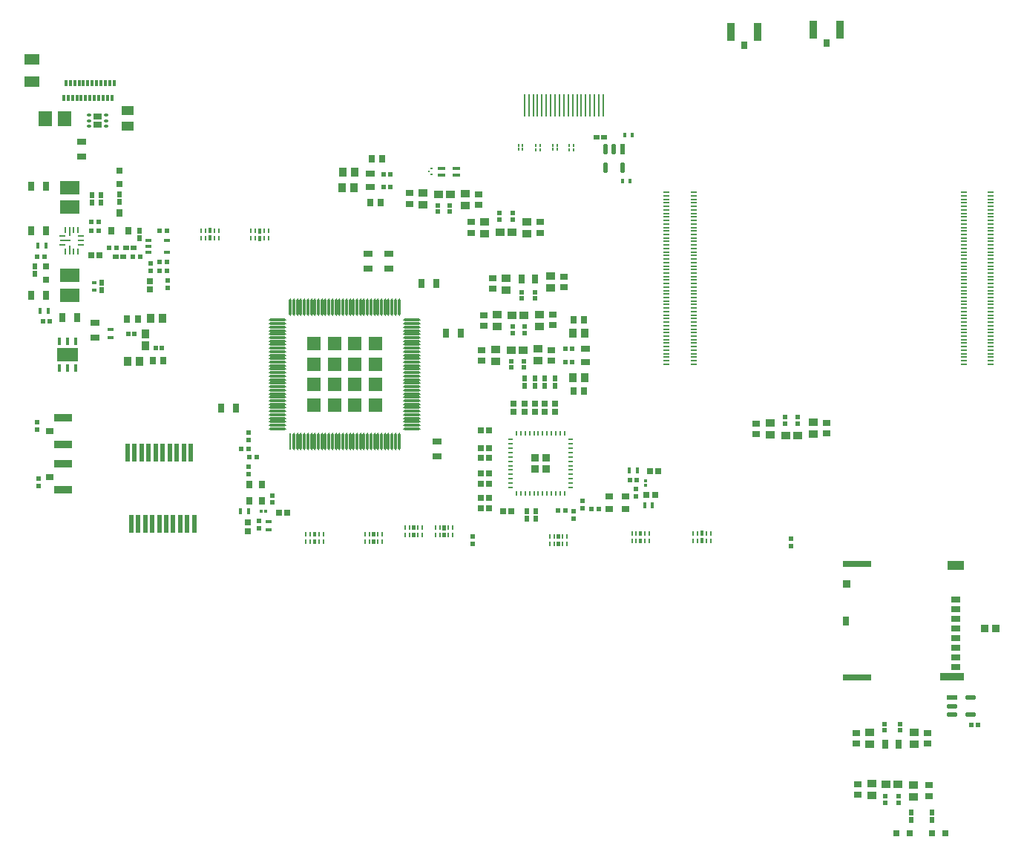
<source format=gtp>
G04*
G04 #@! TF.GenerationSoftware,Altium Limited,Altium Designer,24.9.1 (31)*
G04*
G04 Layer_Color=8421504*
%FSLAX44Y44*%
%MOMM*%
G71*
G04*
G04 #@! TF.SameCoordinates,5CB356DA-BA5B-4781-A63E-117D8A58D640*
G04*
G04*
G04 #@! TF.FilePolarity,Positive*
G04*
G01*
G75*
%ADD17R,0.7000X0.1600*%
%ADD18R,0.7000X0.1600*%
%ADD19R,0.8000X0.8500*%
%ADD20R,0.9000X2.0000*%
%ADD21R,2.0000X0.9000*%
%ADD22R,0.8500X0.8000*%
%ADD23R,1.6049X1.6049*%
%ADD24R,1.6049X1.6049*%
%ADD25R,1.6049X1.6049*%
%ADD26R,1.6049X1.6049*%
%ADD27R,0.9300X0.9300*%
%ADD28R,1.1061X0.9582*%
%ADD29R,1.0000X0.8000*%
%ADD30R,0.9000X0.7500*%
G04:AMPARAMS|DCode=31|XSize=0.565mm|YSize=0.2mm|CornerRadius=0.05mm|HoleSize=0mm|Usage=FLASHONLY|Rotation=90.000|XOffset=0mm|YOffset=0mm|HoleType=Round|Shape=RoundedRectangle|*
%AMROUNDEDRECTD31*
21,1,0.5650,0.1000,0,0,90.0*
21,1,0.4650,0.2000,0,0,90.0*
1,1,0.1000,0.0500,0.2325*
1,1,0.1000,0.0500,-0.2325*
1,1,0.1000,-0.0500,-0.2325*
1,1,0.1000,-0.0500,0.2325*
%
%ADD31ROUNDEDRECTD31*%
%ADD32R,2.3062X1.5549*%
G04:AMPARAMS|DCode=33|XSize=0.2725mm|YSize=1.9552mm|CornerRadius=0.1362mm|HoleSize=0mm|Usage=FLASHONLY|Rotation=90.000|XOffset=0mm|YOffset=0mm|HoleType=Round|Shape=RoundedRectangle|*
%AMROUNDEDRECTD33*
21,1,0.2725,1.6828,0,0,90.0*
21,1,0.0000,1.9552,0,0,90.0*
1,1,0.2725,0.8414,0.0000*
1,1,0.2725,0.8414,0.0000*
1,1,0.2725,-0.8414,0.0000*
1,1,0.2725,-0.8414,0.0000*
%
%ADD33ROUNDEDRECTD33*%
G04:AMPARAMS|DCode=34|XSize=1.9552mm|YSize=0.2725mm|CornerRadius=0.1362mm|HoleSize=0mm|Usage=FLASHONLY|Rotation=90.000|XOffset=0mm|YOffset=0mm|HoleType=Round|Shape=RoundedRectangle|*
%AMROUNDEDRECTD34*
21,1,1.9552,0.0000,0,0,90.0*
21,1,1.6828,0.2725,0,0,90.0*
1,1,0.2725,0.0000,0.8414*
1,1,0.2725,0.0000,-0.8414*
1,1,0.2725,0.0000,-0.8414*
1,1,0.2725,0.0000,0.8414*
%
%ADD34ROUNDEDRECTD34*%
%ADD35R,0.2725X1.9552*%
%ADD36R,0.5000X0.2500*%
%ADD37R,0.2500X0.5000*%
%ADD38R,0.7500X0.9000*%
%ADD39R,0.2800X2.6000*%
%ADD40R,0.9000X0.4000*%
%ADD41R,0.9000X1.0000*%
%ADD42R,0.5811X0.5121*%
%ADD43R,0.4000X0.5000*%
%ADD44R,0.5200X0.5200*%
%ADD45R,1.0000X0.9000*%
%ADD46R,0.5121X0.5811*%
%ADD47R,0.8000X1.0000*%
%ADD48R,0.7000X0.2000*%
%ADD49R,1.0500X0.6500*%
%ADD50R,0.6500X1.0500*%
%ADD51R,0.6000X0.5500*%
%ADD52R,0.5500X0.6000*%
%ADD53R,0.5200X0.5200*%
G04:AMPARAMS|DCode=54|XSize=0.45mm|YSize=0.3mm|CornerRadius=0.0495mm|HoleSize=0mm|Usage=FLASHONLY|Rotation=180.000|XOffset=0mm|YOffset=0mm|HoleType=Round|Shape=RoundedRectangle|*
%AMROUNDEDRECTD54*
21,1,0.4500,0.2010,0,0,180.0*
21,1,0.3510,0.3000,0,0,180.0*
1,1,0.0990,-0.1755,0.1005*
1,1,0.0990,0.1755,0.1005*
1,1,0.0990,0.1755,-0.1005*
1,1,0.0990,-0.1755,-0.1005*
%
%ADD54ROUNDEDRECTD54*%
%ADD55R,0.9582X1.1061*%
G04:AMPARAMS|DCode=56|XSize=0.25mm|YSize=0.675mm|CornerRadius=0.05mm|HoleSize=0mm|Usage=FLASHONLY|Rotation=180.000|XOffset=0mm|YOffset=0mm|HoleType=Round|Shape=RoundedRectangle|*
%AMROUNDEDRECTD56*
21,1,0.2500,0.5750,0,0,180.0*
21,1,0.1500,0.6750,0,0,180.0*
1,1,0.1000,-0.0750,0.2875*
1,1,0.1000,0.0750,0.2875*
1,1,0.1000,0.0750,-0.2875*
1,1,0.1000,-0.0750,-0.2875*
%
%ADD56ROUNDEDRECTD56*%
G04:AMPARAMS|DCode=57|XSize=1.225mm|YSize=0.25mm|CornerRadius=0.05mm|HoleSize=0mm|Usage=FLASHONLY|Rotation=180.000|XOffset=0mm|YOffset=0mm|HoleType=Round|Shape=RoundedRectangle|*
%AMROUNDEDRECTD57*
21,1,1.2250,0.1500,0,0,180.0*
21,1,1.1250,0.2500,0,0,180.0*
1,1,0.1000,-0.5625,0.0750*
1,1,0.1000,0.5625,0.0750*
1,1,0.1000,0.5625,-0.0750*
1,1,0.1000,-0.5625,-0.0750*
%
%ADD57ROUNDEDRECTD57*%
G04:AMPARAMS|DCode=58|XSize=0.25mm|YSize=0.975mm|CornerRadius=0.05mm|HoleSize=0mm|Usage=FLASHONLY|Rotation=180.000|XOffset=0mm|YOffset=0mm|HoleType=Round|Shape=RoundedRectangle|*
%AMROUNDEDRECTD58*
21,1,0.2500,0.8750,0,0,180.0*
21,1,0.1500,0.9750,0,0,180.0*
1,1,0.1000,-0.0750,0.4375*
1,1,0.1000,0.0750,0.4375*
1,1,0.1000,0.0750,-0.4375*
1,1,0.1000,-0.0750,-0.4375*
%
%ADD58ROUNDEDRECTD58*%
G04:AMPARAMS|DCode=59|XSize=0.625mm|YSize=0.25mm|CornerRadius=0.05mm|HoleSize=0mm|Usage=FLASHONLY|Rotation=180.000|XOffset=0mm|YOffset=0mm|HoleType=Round|Shape=RoundedRectangle|*
%AMROUNDEDRECTD59*
21,1,0.6250,0.1500,0,0,180.0*
21,1,0.5250,0.2500,0,0,180.0*
1,1,0.1000,-0.2625,0.0750*
1,1,0.1000,0.2625,0.0750*
1,1,0.1000,0.2625,-0.0750*
1,1,0.1000,-0.2625,-0.0750*
%
%ADD59ROUNDEDRECTD59*%
%ADD60R,0.6000X0.6500*%
%ADD61R,0.4500X0.6750*%
%ADD62R,1.6039X1.8062*%
%ADD63R,0.5500X0.4500*%
%ADD64R,0.6500X0.6500*%
%ADD65R,0.8000X0.8000*%
%ADD66R,2.4000X1.6500*%
%ADD67O,0.4000X0.9000*%
%ADD68R,0.6750X0.4500*%
%ADD69R,0.8000X0.9000*%
%ADD70R,1.7062X1.2034*%
%ADD71R,1.3500X1.0000*%
G04:AMPARAMS|DCode=72|XSize=0.4mm|YSize=0.65mm|CornerRadius=0.05mm|HoleSize=0mm|Usage=FLASHONLY|Rotation=90.000|XOffset=0mm|YOffset=0mm|HoleType=Round|Shape=RoundedRectangle|*
%AMROUNDEDRECTD72*
21,1,0.4000,0.5500,0,0,90.0*
21,1,0.3000,0.6500,0,0,90.0*
1,1,0.1000,0.2750,0.1500*
1,1,0.1000,0.2750,-0.1500*
1,1,0.1000,-0.2750,-0.1500*
1,1,0.1000,-0.2750,0.1500*
%
%ADD72ROUNDEDRECTD72*%
%ADD73R,0.6500X0.6000*%
%ADD74R,0.6500X0.7000*%
%ADD75R,0.7000X0.6500*%
%ADD76R,0.2300X0.3000*%
G04:AMPARAMS|DCode=77|XSize=1.2196mm|YSize=0.5885mm|CornerRadius=0.2942mm|HoleSize=0mm|Usage=FLASHONLY|Rotation=270.000|XOffset=0mm|YOffset=0mm|HoleType=Round|Shape=RoundedRectangle|*
%AMROUNDEDRECTD77*
21,1,1.2196,0.0000,0,0,270.0*
21,1,0.6311,0.5885,0,0,270.0*
1,1,0.5885,0.0000,-0.3156*
1,1,0.5885,0.0000,0.3156*
1,1,0.5885,0.0000,0.3156*
1,1,0.5885,0.0000,-0.3156*
%
%ADD77ROUNDEDRECTD77*%
%ADD78R,0.5885X1.2196*%
%ADD79R,0.3000X0.3000*%
%ADD80R,0.6725X0.7154*%
%ADD81R,0.9000X0.8000*%
%ADD82R,0.3000X0.3000*%
%ADD83R,0.7154X0.6725*%
%ADD84R,0.8000X0.8000*%
%ADD85R,0.9300X0.9000*%
%ADD86R,0.7800X1.0500*%
%ADD87R,1.8300X1.1400*%
%ADD88R,3.3000X0.7000*%
%ADD89R,2.8000X0.8600*%
%ADD90R,1.1000X0.7000*%
G04:AMPARAMS|DCode=91|XSize=1.2196mm|YSize=0.5885mm|CornerRadius=0.2942mm|HoleSize=0mm|Usage=FLASHONLY|Rotation=0.000|XOffset=0mm|YOffset=0mm|HoleType=Round|Shape=RoundedRectangle|*
%AMROUNDEDRECTD91*
21,1,1.2196,0.0000,0,0,0.0*
21,1,0.6311,0.5885,0,0,0.0*
1,1,0.5885,0.3156,0.0000*
1,1,0.5885,-0.3156,0.0000*
1,1,0.5885,-0.3156,0.0000*
1,1,0.5885,0.3156,0.0000*
%
%ADD91ROUNDEDRECTD91*%
%ADD92R,1.2196X0.5885*%
%ADD93R,0.5153X0.4725*%
%ADD94R,0.9051X0.9062*%
%ADD95R,0.3000X0.7000*%
%ADD96R,0.5000X2.0000*%
G36*
X97493Y844854D02*
X97634Y844713D01*
X97710Y844529D01*
Y844430D01*
Y838430D01*
Y838331D01*
X97634Y838147D01*
X97493Y838006D01*
X97309Y837930D01*
X88111D01*
X87927Y838006D01*
X87786Y838147D01*
X87710Y838331D01*
Y838430D01*
Y844430D01*
Y844529D01*
X87786Y844713D01*
X87927Y844854D01*
X88111Y844930D01*
X97309D01*
X97493Y844854D01*
D02*
G37*
G36*
Y835854D02*
X97634Y835713D01*
X97710Y835529D01*
Y835430D01*
Y829430D01*
Y829331D01*
X97634Y829147D01*
X97493Y829006D01*
X97309Y828930D01*
X88111D01*
X87927Y829006D01*
X87786Y829147D01*
X87710Y829331D01*
Y829430D01*
Y835430D01*
Y835529D01*
X87786Y835713D01*
X87927Y835854D01*
X88111Y835930D01*
X97309D01*
X97493Y835854D01*
D02*
G37*
G36*
X474528Y783378D02*
X474669Y783238D01*
X474745Y783054D01*
Y782954D01*
Y781854D01*
Y781755D01*
X474669Y781571D01*
X474528Y781431D01*
X474345Y781355D01*
X473046D01*
X472862Y781431D01*
X472721Y781571D01*
X472645Y781755D01*
Y781854D01*
Y782954D01*
Y783054D01*
X472721Y783238D01*
X472862Y783378D01*
X473046Y783455D01*
X474345D01*
X474528Y783378D01*
D02*
G37*
G36*
X471528Y779978D02*
X471669Y779838D01*
X471745Y779654D01*
Y779555D01*
Y778455D01*
Y778355D01*
X471669Y778171D01*
X471528Y778031D01*
X471345Y777954D01*
X470046D01*
X469862Y778031D01*
X469721Y778171D01*
X469645Y778355D01*
Y778455D01*
Y779555D01*
Y779654D01*
X469721Y779838D01*
X469862Y779978D01*
X470046Y780054D01*
X471345D01*
X471528Y779978D01*
D02*
G37*
G36*
X474528Y776578D02*
X474669Y776438D01*
X474745Y776254D01*
Y776154D01*
Y775054D01*
Y774955D01*
X474669Y774771D01*
X474528Y774631D01*
X474345Y774555D01*
X473046D01*
X472862Y774631D01*
X472721Y774771D01*
X472645Y774955D01*
Y775054D01*
Y776154D01*
Y776254D01*
X472721Y776438D01*
X472862Y776578D01*
X473046Y776655D01*
X474345D01*
X474528Y776578D01*
D02*
G37*
G36*
X222563Y714314D02*
X222704Y714173D01*
X222780Y713989D01*
Y713890D01*
Y709240D01*
Y709140D01*
X222704Y708957D01*
X222563Y708816D01*
X222379Y708740D01*
X219580D01*
X219397Y708816D01*
X219256Y708957D01*
X219180Y709140D01*
Y709240D01*
Y713890D01*
Y713989D01*
X219256Y714173D01*
X219397Y714314D01*
X219580Y714390D01*
X222379D01*
X222563Y714314D01*
D02*
G37*
G36*
X279569Y713671D02*
X279710Y713531D01*
X279786Y713347D01*
Y713247D01*
Y708597D01*
Y708498D01*
X279710Y708314D01*
X279569Y708174D01*
X279385Y708097D01*
X276586D01*
X276402Y708174D01*
X276262Y708314D01*
X276186Y708498D01*
Y708597D01*
Y713247D01*
Y713347D01*
X276262Y713531D01*
X276402Y713671D01*
X276586Y713747D01*
X279385D01*
X279569Y713671D01*
D02*
G37*
G36*
X222563Y705964D02*
X222704Y705823D01*
X222780Y705639D01*
Y705540D01*
Y700890D01*
Y700790D01*
X222704Y700607D01*
X222563Y700466D01*
X222379Y700390D01*
X219580D01*
X219397Y700466D01*
X219256Y700607D01*
X219180Y700790D01*
Y700890D01*
Y705540D01*
Y705639D01*
X219256Y705823D01*
X219397Y705964D01*
X219580Y706040D01*
X222379D01*
X222563Y705964D01*
D02*
G37*
G36*
X279569Y705321D02*
X279710Y705181D01*
X279786Y704997D01*
Y704897D01*
Y700247D01*
Y700148D01*
X279710Y699964D01*
X279569Y699823D01*
X279385Y699747D01*
X276586D01*
X276402Y699823D01*
X276262Y699964D01*
X276186Y700148D01*
Y700247D01*
Y704897D01*
Y704997D01*
X276262Y705181D01*
X276402Y705321D01*
X276586Y705397D01*
X279385D01*
X279569Y705321D01*
D02*
G37*
G36*
X454973Y375224D02*
X455114Y375083D01*
X455190Y374899D01*
Y374800D01*
Y370150D01*
Y370051D01*
X455114Y369867D01*
X454973Y369726D01*
X454789Y369650D01*
X451991D01*
X451807Y369726D01*
X451666Y369867D01*
X451590Y370051D01*
Y370150D01*
Y374800D01*
Y374899D01*
X451666Y375083D01*
X451807Y375224D01*
X451991Y375300D01*
X454789D01*
X454973Y375224D01*
D02*
G37*
G36*
X489732Y375113D02*
X489872Y374972D01*
X489949Y374788D01*
Y374689D01*
Y370039D01*
Y369939D01*
X489872Y369756D01*
X489732Y369615D01*
X489548Y369539D01*
X486749D01*
X486565Y369615D01*
X486425Y369756D01*
X486348Y369939D01*
Y370039D01*
Y374689D01*
Y374788D01*
X486425Y374972D01*
X486565Y375113D01*
X486749Y375189D01*
X489548D01*
X489732Y375113D01*
D02*
G37*
G36*
X783903Y368874D02*
X784044Y368733D01*
X784120Y368549D01*
Y368450D01*
Y363800D01*
Y363700D01*
X784044Y363517D01*
X783903Y363376D01*
X783719Y363300D01*
X780920D01*
X780737Y363376D01*
X780596Y363517D01*
X780520Y363700D01*
Y363800D01*
Y368450D01*
Y368549D01*
X780596Y368733D01*
X780737Y368874D01*
X780920Y368950D01*
X783719D01*
X783903Y368874D01*
D02*
G37*
G36*
X713973Y368509D02*
X714114Y368368D01*
X714190Y368185D01*
Y368085D01*
Y363435D01*
Y363335D01*
X714114Y363152D01*
X713973Y363011D01*
X713789Y362935D01*
X710991D01*
X710807Y363011D01*
X710666Y363152D01*
X710590Y363335D01*
Y363435D01*
Y368085D01*
Y368185D01*
X710666Y368368D01*
X710807Y368509D01*
X710991Y368585D01*
X713789D01*
X713973Y368509D01*
D02*
G37*
G36*
X409253Y367604D02*
X409394Y367463D01*
X409470Y367280D01*
Y367180D01*
Y362530D01*
Y362430D01*
X409394Y362247D01*
X409253Y362106D01*
X409069Y362030D01*
X406270D01*
X406087Y362106D01*
X405946Y362247D01*
X405870Y362430D01*
Y362530D01*
Y367180D01*
Y367280D01*
X405946Y367463D01*
X406087Y367604D01*
X406270Y367680D01*
X409069D01*
X409253Y367604D01*
D02*
G37*
G36*
X341943D02*
X342084Y367463D01*
X342160Y367280D01*
Y367180D01*
Y362530D01*
Y362430D01*
X342084Y362247D01*
X341943Y362106D01*
X341759Y362030D01*
X338960D01*
X338777Y362106D01*
X338636Y362247D01*
X338560Y362430D01*
Y362530D01*
Y367180D01*
Y367280D01*
X338636Y367463D01*
X338777Y367604D01*
X338960Y367680D01*
X341759D01*
X341943Y367604D01*
D02*
G37*
G36*
X454973Y366874D02*
X455114Y366733D01*
X455190Y366549D01*
Y366450D01*
Y361800D01*
Y361701D01*
X455114Y361517D01*
X454973Y361376D01*
X454789Y361300D01*
X451991D01*
X451807Y361376D01*
X451666Y361517D01*
X451590Y361701D01*
Y361800D01*
Y366450D01*
Y366549D01*
X451666Y366733D01*
X451807Y366874D01*
X451991Y366950D01*
X454789D01*
X454973Y366874D01*
D02*
G37*
G36*
X489732Y366763D02*
X489872Y366622D01*
X489949Y366438D01*
Y366339D01*
Y361689D01*
Y361589D01*
X489872Y361406D01*
X489732Y361265D01*
X489548Y361189D01*
X486749D01*
X486565Y361265D01*
X486425Y361406D01*
X486348Y361589D01*
Y361689D01*
Y366339D01*
Y366438D01*
X486425Y366622D01*
X486565Y366763D01*
X486749Y366839D01*
X489548D01*
X489732Y366763D01*
D02*
G37*
G36*
X620073Y365064D02*
X620214Y364923D01*
X620290Y364739D01*
Y364640D01*
Y359990D01*
Y359891D01*
X620214Y359707D01*
X620073Y359566D01*
X619889Y359490D01*
X617090D01*
X616907Y359566D01*
X616766Y359707D01*
X616690Y359891D01*
Y359990D01*
Y364640D01*
Y364739D01*
X616766Y364923D01*
X616907Y365064D01*
X617090Y365140D01*
X619889D01*
X620073Y365064D01*
D02*
G37*
G36*
X783903Y360524D02*
X784044Y360383D01*
X784120Y360199D01*
Y360100D01*
Y355450D01*
Y355350D01*
X784044Y355167D01*
X783903Y355026D01*
X783719Y354950D01*
X780920D01*
X780737Y355026D01*
X780596Y355167D01*
X780520Y355350D01*
Y355450D01*
Y360100D01*
Y360199D01*
X780596Y360383D01*
X780737Y360524D01*
X780920Y360600D01*
X783719D01*
X783903Y360524D01*
D02*
G37*
G36*
X713973Y360159D02*
X714114Y360018D01*
X714190Y359834D01*
Y359735D01*
Y355085D01*
Y354986D01*
X714114Y354802D01*
X713973Y354661D01*
X713789Y354585D01*
X710991D01*
X710807Y354661D01*
X710666Y354802D01*
X710590Y354986D01*
Y355085D01*
Y359735D01*
Y359834D01*
X710666Y360018D01*
X710807Y360159D01*
X710991Y360235D01*
X713789D01*
X713973Y360159D01*
D02*
G37*
G36*
X409253Y359254D02*
X409394Y359113D01*
X409470Y358929D01*
Y358830D01*
Y354180D01*
Y354081D01*
X409394Y353897D01*
X409253Y353756D01*
X409069Y353680D01*
X406270D01*
X406087Y353756D01*
X405946Y353897D01*
X405870Y354081D01*
Y354180D01*
Y358830D01*
Y358929D01*
X405946Y359113D01*
X406087Y359254D01*
X406270Y359330D01*
X409069D01*
X409253Y359254D01*
D02*
G37*
G36*
X341943D02*
X342084Y359113D01*
X342160Y358929D01*
Y358830D01*
Y354180D01*
Y354081D01*
X342084Y353897D01*
X341943Y353756D01*
X341759Y353680D01*
X338960D01*
X338777Y353756D01*
X338636Y353897D01*
X338560Y354081D01*
Y354180D01*
Y358830D01*
Y358929D01*
X338636Y359113D01*
X338777Y359254D01*
X338960Y359330D01*
X341759D01*
X341943Y359254D01*
D02*
G37*
G36*
X620073Y356714D02*
X620214Y356573D01*
X620290Y356389D01*
Y356290D01*
Y351640D01*
Y351540D01*
X620214Y351357D01*
X620073Y351216D01*
X619889Y351140D01*
X617090D01*
X616907Y351216D01*
X616766Y351357D01*
X616690Y351540D01*
Y351640D01*
Y356290D01*
Y356389D01*
X616766Y356573D01*
X616907Y356714D01*
X617090Y356790D01*
X619889D01*
X620073Y356714D01*
D02*
G37*
D17*
X1081190Y755034D02*
D03*
X1081186Y751039D02*
D03*
Y747038D02*
D03*
Y743038D02*
D03*
X1081190Y735034D02*
D03*
Y731034D02*
D03*
X1081186Y723038D02*
D03*
Y719038D02*
D03*
Y715039D02*
D03*
X1081190Y711034D02*
D03*
Y707034D02*
D03*
Y703034D02*
D03*
X1081186Y699038D02*
D03*
Y695039D02*
D03*
Y691039D02*
D03*
X1081190Y687034D02*
D03*
Y683034D02*
D03*
Y679034D02*
D03*
X1081186Y675039D02*
D03*
Y671039D02*
D03*
Y667038D02*
D03*
X1081190Y659034D02*
D03*
Y655034D02*
D03*
X1081186Y647038D02*
D03*
Y643038D02*
D03*
Y639039D02*
D03*
X1081190Y635034D02*
D03*
Y631034D02*
D03*
Y627034D02*
D03*
X1081186Y623038D02*
D03*
Y619039D02*
D03*
Y615038D02*
D03*
X1081190Y611034D02*
D03*
Y607034D02*
D03*
Y603034D02*
D03*
X1081186Y599039D02*
D03*
Y595038D02*
D03*
Y591039D02*
D03*
X1081190Y583034D02*
D03*
Y579034D02*
D03*
X1081186Y571039D02*
D03*
Y567038D02*
D03*
Y563038D02*
D03*
X1081190Y559034D02*
D03*
X1111991Y755034D02*
D03*
X1111986Y751039D02*
D03*
Y747038D02*
D03*
Y743038D02*
D03*
X1111991Y735034D02*
D03*
Y731034D02*
D03*
X1111986Y723038D02*
D03*
Y719038D02*
D03*
Y715039D02*
D03*
X1111991Y711034D02*
D03*
Y707034D02*
D03*
Y703034D02*
D03*
X1111986Y699038D02*
D03*
Y695039D02*
D03*
Y691039D02*
D03*
X1111991Y687034D02*
D03*
Y683034D02*
D03*
Y679034D02*
D03*
X1111986Y675039D02*
D03*
Y671039D02*
D03*
Y667038D02*
D03*
X1111991Y659034D02*
D03*
Y655034D02*
D03*
X1111986Y647038D02*
D03*
Y643038D02*
D03*
Y639039D02*
D03*
X1111991Y635034D02*
D03*
Y631034D02*
D03*
Y627034D02*
D03*
X1111986Y623038D02*
D03*
Y619039D02*
D03*
Y615038D02*
D03*
X1111991Y611034D02*
D03*
Y607034D02*
D03*
Y603034D02*
D03*
X1111986Y599039D02*
D03*
Y595038D02*
D03*
Y591039D02*
D03*
X1111991Y583034D02*
D03*
Y579034D02*
D03*
X1111986Y571039D02*
D03*
Y567038D02*
D03*
Y563038D02*
D03*
X1111991Y559034D02*
D03*
X741989Y755034D02*
D03*
X741986Y751037D02*
D03*
Y747037D02*
D03*
Y743037D02*
D03*
X741989Y735034D02*
D03*
Y731034D02*
D03*
X741986Y723037D02*
D03*
Y719037D02*
D03*
Y715037D02*
D03*
X741989Y711034D02*
D03*
Y707034D02*
D03*
Y703034D02*
D03*
X741986Y699037D02*
D03*
Y695037D02*
D03*
Y691037D02*
D03*
X741989Y687034D02*
D03*
Y683034D02*
D03*
Y679034D02*
D03*
X741986Y675037D02*
D03*
Y671037D02*
D03*
Y667037D02*
D03*
X741989Y659034D02*
D03*
Y655034D02*
D03*
X741986Y647037D02*
D03*
Y643037D02*
D03*
Y639037D02*
D03*
X741989Y635034D02*
D03*
Y631034D02*
D03*
Y627034D02*
D03*
X741986Y623037D02*
D03*
Y619037D02*
D03*
Y615037D02*
D03*
X741989Y611034D02*
D03*
Y607034D02*
D03*
Y603034D02*
D03*
X741986Y599037D02*
D03*
Y595037D02*
D03*
Y591037D02*
D03*
X741989Y583034D02*
D03*
Y579034D02*
D03*
X741986Y571037D02*
D03*
Y567037D02*
D03*
Y563037D02*
D03*
X741989Y559034D02*
D03*
X772789Y755034D02*
D03*
X772786Y751037D02*
D03*
Y747037D02*
D03*
Y743037D02*
D03*
X772789Y735034D02*
D03*
Y731034D02*
D03*
X772786Y723037D02*
D03*
Y719037D02*
D03*
Y715037D02*
D03*
X772789Y711034D02*
D03*
Y707034D02*
D03*
Y703034D02*
D03*
X772786Y699037D02*
D03*
Y695037D02*
D03*
Y691037D02*
D03*
X772789Y687034D02*
D03*
Y683034D02*
D03*
Y679034D02*
D03*
X772786Y675037D02*
D03*
Y671037D02*
D03*
Y667037D02*
D03*
X772789Y659034D02*
D03*
Y655034D02*
D03*
X772786Y647037D02*
D03*
Y643037D02*
D03*
Y639037D02*
D03*
X772789Y635034D02*
D03*
Y631034D02*
D03*
Y627034D02*
D03*
X772786Y623037D02*
D03*
Y619037D02*
D03*
Y615037D02*
D03*
X772789Y611034D02*
D03*
Y607034D02*
D03*
Y603034D02*
D03*
X772786Y599037D02*
D03*
Y595037D02*
D03*
Y591037D02*
D03*
X772789Y583034D02*
D03*
Y579034D02*
D03*
X772786Y571037D02*
D03*
Y567037D02*
D03*
Y563037D02*
D03*
X772789Y559034D02*
D03*
D18*
X1081186Y739034D02*
D03*
X1081186Y727034D02*
D03*
X1081186Y663034D02*
D03*
X1081186Y651034D02*
D03*
X1081186Y587034D02*
D03*
X1081186Y575034D02*
D03*
X1111986Y739034D02*
D03*
X1111986Y727034D02*
D03*
X1111986Y663034D02*
D03*
X1111986Y651034D02*
D03*
X1111986Y587034D02*
D03*
X1111986Y575034D02*
D03*
X741986Y739034D02*
D03*
X741986Y727034D02*
D03*
X741986Y663034D02*
D03*
X741986Y651034D02*
D03*
X741986Y587034D02*
D03*
X741986Y575034D02*
D03*
X772786Y739034D02*
D03*
X772786Y727034D02*
D03*
X772786Y663034D02*
D03*
X772786Y651034D02*
D03*
X772786Y587034D02*
D03*
X772786Y575034D02*
D03*
D19*
X830580Y923280D02*
D03*
X924560Y925830D02*
D03*
D20*
X815580Y938530D02*
D03*
X845580D02*
D03*
X909560Y941080D02*
D03*
X939560D02*
D03*
D21*
X53340Y467600D02*
D03*
X53340Y497600D02*
D03*
X53340Y445530D02*
D03*
Y415530D02*
D03*
D22*
X38075Y482600D02*
D03*
X38090Y430530D02*
D03*
D23*
X409914Y582624D02*
D03*
X409915Y559125D02*
D03*
X409914Y535615D02*
D03*
X409914Y512095D02*
D03*
X386405Y582635D02*
D03*
Y512105D02*
D03*
X362895Y582634D02*
D03*
X362895Y535615D02*
D03*
X362895Y512105D02*
D03*
X339385Y582624D02*
D03*
X339385Y559125D02*
D03*
X339385Y535615D02*
D03*
X339385Y512095D02*
D03*
D24*
X386405Y559125D02*
D03*
D25*
Y535615D02*
D03*
D26*
X362895Y559125D02*
D03*
D27*
X604420Y439520D02*
D03*
X591920D02*
D03*
Y452020D02*
D03*
X604420D02*
D03*
D28*
X566030Y614835D02*
D03*
X579552D02*
D03*
X564739Y575310D02*
D03*
X578261D02*
D03*
X552039Y709930D02*
D03*
X565561D02*
D03*
X481778Y753110D02*
D03*
X495300D02*
D03*
X878429Y477365D02*
D03*
X891951D02*
D03*
X992729Y80010D02*
D03*
X1006251D02*
D03*
D29*
X403780Y776467D02*
D03*
Y761467D02*
D03*
X649300Y576460D02*
D03*
Y561460D02*
D03*
D30*
X527909Y752760D02*
D03*
Y740760D02*
D03*
X624960Y658780D02*
D03*
Y646780D02*
D03*
X543680Y657160D02*
D03*
Y645160D02*
D03*
X530860Y562960D02*
D03*
Y574960D02*
D03*
X610870Y562960D02*
D03*
Y574960D02*
D03*
X519430Y721010D02*
D03*
Y709010D02*
D03*
X598170Y721010D02*
D03*
Y709010D02*
D03*
X449169Y742030D02*
D03*
Y754030D02*
D03*
X844550Y490985D02*
D03*
Y478985D02*
D03*
X924560Y492255D02*
D03*
Y480255D02*
D03*
X958730Y138080D02*
D03*
Y126080D02*
D03*
X1040010Y138080D02*
D03*
Y126080D02*
D03*
X960120Y67660D02*
D03*
Y79660D02*
D03*
X1041400Y66390D02*
D03*
Y78390D02*
D03*
X612161Y603755D02*
D03*
Y615755D02*
D03*
X533421Y602485D02*
D03*
Y614485D02*
D03*
D31*
X330360Y356505D02*
D03*
X335360D02*
D03*
X345360D02*
D03*
X350360D02*
D03*
Y364855D02*
D03*
X345360D02*
D03*
X335360D02*
D03*
X330360D02*
D03*
X230980Y711565D02*
D03*
X225980D02*
D03*
X215980D02*
D03*
X210980D02*
D03*
Y703215D02*
D03*
X215980D02*
D03*
X225980D02*
D03*
X230980D02*
D03*
X722390Y365760D02*
D03*
X717390D02*
D03*
X707390D02*
D03*
X702390D02*
D03*
Y357410D02*
D03*
X707390D02*
D03*
X717390D02*
D03*
X722390D02*
D03*
X772320Y357775D02*
D03*
X777320D02*
D03*
X787320D02*
D03*
X792320D02*
D03*
Y366125D02*
D03*
X787320D02*
D03*
X777320D02*
D03*
X772320D02*
D03*
X608490Y353965D02*
D03*
X613490D02*
D03*
X623490D02*
D03*
X628490D02*
D03*
Y362315D02*
D03*
X623490D02*
D03*
X613490D02*
D03*
X608490D02*
D03*
X443390Y364125D02*
D03*
X448390D02*
D03*
X458390D02*
D03*
X463390D02*
D03*
Y372475D02*
D03*
X458390D02*
D03*
X448390D02*
D03*
X443390D02*
D03*
X478148Y364014D02*
D03*
X483148D02*
D03*
X493148D02*
D03*
X498148D02*
D03*
Y372364D02*
D03*
X493148D02*
D03*
X483148D02*
D03*
X478148D02*
D03*
X397670Y356505D02*
D03*
X402670D02*
D03*
X412670D02*
D03*
X417670D02*
D03*
Y364855D02*
D03*
X412670D02*
D03*
X402670D02*
D03*
X397670D02*
D03*
X287986Y702572D02*
D03*
X282986D02*
D03*
X272986D02*
D03*
X267986D02*
D03*
Y710922D02*
D03*
X272986D02*
D03*
X282986D02*
D03*
X287986D02*
D03*
D32*
X60960Y738044D02*
D03*
Y760556D02*
D03*
Y637714D02*
D03*
Y660227D02*
D03*
D33*
X297895Y485370D02*
D03*
Y489370D02*
D03*
Y493370D02*
D03*
Y497370D02*
D03*
Y501370D02*
D03*
Y505370D02*
D03*
Y509370D02*
D03*
Y513370D02*
D03*
Y517370D02*
D03*
Y521370D02*
D03*
Y525370D02*
D03*
Y529370D02*
D03*
Y533370D02*
D03*
Y537370D02*
D03*
Y541370D02*
D03*
Y545370D02*
D03*
Y549370D02*
D03*
Y553370D02*
D03*
Y557370D02*
D03*
Y561370D02*
D03*
Y565370D02*
D03*
Y569370D02*
D03*
Y573370D02*
D03*
Y577370D02*
D03*
Y581370D02*
D03*
Y585370D02*
D03*
Y589370D02*
D03*
Y593370D02*
D03*
Y597370D02*
D03*
Y601370D02*
D03*
Y605370D02*
D03*
Y609370D02*
D03*
X451405D02*
D03*
Y605370D02*
D03*
Y601370D02*
D03*
Y597370D02*
D03*
Y593370D02*
D03*
Y589370D02*
D03*
Y585370D02*
D03*
Y581370D02*
D03*
Y577370D02*
D03*
Y573370D02*
D03*
Y569370D02*
D03*
Y565370D02*
D03*
Y561370D02*
D03*
Y557370D02*
D03*
Y553370D02*
D03*
Y549370D02*
D03*
Y545370D02*
D03*
Y541370D02*
D03*
Y537370D02*
D03*
Y533370D02*
D03*
Y529370D02*
D03*
Y525370D02*
D03*
Y521370D02*
D03*
Y517370D02*
D03*
Y513370D02*
D03*
Y509370D02*
D03*
Y505370D02*
D03*
Y501370D02*
D03*
Y497370D02*
D03*
Y493370D02*
D03*
Y489370D02*
D03*
Y485370D02*
D03*
D34*
X312650Y624125D02*
D03*
X316650D02*
D03*
X320650D02*
D03*
X324650D02*
D03*
X328650D02*
D03*
X332650D02*
D03*
X336650D02*
D03*
X340650D02*
D03*
X344650D02*
D03*
X348650D02*
D03*
X352650D02*
D03*
X356650D02*
D03*
X360650D02*
D03*
X364650D02*
D03*
X368650D02*
D03*
X372650D02*
D03*
X376650D02*
D03*
X380650D02*
D03*
X384650D02*
D03*
X388650D02*
D03*
X392650D02*
D03*
X396650D02*
D03*
X400650D02*
D03*
X404650D02*
D03*
X408650D02*
D03*
X412650D02*
D03*
X416650D02*
D03*
X420650D02*
D03*
X424650D02*
D03*
X428650D02*
D03*
X432650D02*
D03*
X436650D02*
D03*
Y470615D02*
D03*
X432650D02*
D03*
X428650D02*
D03*
X424650D02*
D03*
X420650D02*
D03*
X416650D02*
D03*
X412650D02*
D03*
X408650D02*
D03*
X404650D02*
D03*
X400650D02*
D03*
X396650D02*
D03*
X392650D02*
D03*
X388650D02*
D03*
X384650D02*
D03*
X380650D02*
D03*
X376650D02*
D03*
X372650D02*
D03*
X368650D02*
D03*
X364650D02*
D03*
X360650D02*
D03*
X356650D02*
D03*
X352650D02*
D03*
X348650D02*
D03*
X344650D02*
D03*
X340650D02*
D03*
X336650D02*
D03*
X332650D02*
D03*
X328650D02*
D03*
X324650D02*
D03*
X320650D02*
D03*
X316650D02*
D03*
D35*
X312650D02*
D03*
D36*
X632170Y418270D02*
D03*
Y423270D02*
D03*
Y428270D02*
D03*
Y433270D02*
D03*
Y438270D02*
D03*
Y443270D02*
D03*
Y448270D02*
D03*
Y453270D02*
D03*
Y458270D02*
D03*
Y463270D02*
D03*
Y468270D02*
D03*
Y473270D02*
D03*
X564170D02*
D03*
Y468270D02*
D03*
Y458270D02*
D03*
Y463270D02*
D03*
Y453270D02*
D03*
Y448270D02*
D03*
Y443270D02*
D03*
Y438270D02*
D03*
Y428270D02*
D03*
Y433270D02*
D03*
Y423270D02*
D03*
Y418270D02*
D03*
D37*
X625670Y479770D02*
D03*
X620670D02*
D03*
X615670D02*
D03*
X610670D02*
D03*
X605670D02*
D03*
X600670D02*
D03*
X595670D02*
D03*
X590670D02*
D03*
X585670D02*
D03*
X580670D02*
D03*
X575670D02*
D03*
X570670D02*
D03*
Y411770D02*
D03*
X575670D02*
D03*
X580670D02*
D03*
X585670D02*
D03*
X590670D02*
D03*
X595670D02*
D03*
X600670D02*
D03*
X605670D02*
D03*
X610670D02*
D03*
X615670D02*
D03*
X620670D02*
D03*
X625670D02*
D03*
D38*
X647680Y609600D02*
D03*
X635680D02*
D03*
X405320Y792977D02*
D03*
X417320D02*
D03*
X404050Y743447D02*
D03*
X416050D02*
D03*
X126540Y610399D02*
D03*
X138540D02*
D03*
X167750Y563409D02*
D03*
X155750D02*
D03*
X635680Y528320D02*
D03*
X647680D02*
D03*
D39*
X579760Y854710D02*
D03*
X584760D02*
D03*
X589760D02*
D03*
X594760D02*
D03*
X599760D02*
D03*
X604760D02*
D03*
X609760D02*
D03*
X614760D02*
D03*
X619760D02*
D03*
X624760D02*
D03*
X629760D02*
D03*
X634760D02*
D03*
X639760D02*
D03*
X644760D02*
D03*
X649760D02*
D03*
X654760D02*
D03*
X659760D02*
D03*
X664760D02*
D03*
X669760D02*
D03*
D40*
X485140Y774700D02*
D03*
X502140D02*
D03*
Y782700D02*
D03*
X485140D02*
D03*
D41*
X372820Y777737D02*
D03*
X386320D02*
D03*
X371550Y759957D02*
D03*
X385050D02*
D03*
X153114Y611494D02*
D03*
X166614D02*
D03*
X140560Y562139D02*
D03*
X127060D02*
D03*
X648430Y543560D02*
D03*
X634930D02*
D03*
X648430Y594360D02*
D03*
X634930D02*
D03*
D42*
X419175Y775316D02*
D03*
X426485D02*
D03*
X419175Y761347D02*
D03*
X426485D02*
D03*
X127615Y593889D02*
D03*
X134925D02*
D03*
X166190Y577883D02*
D03*
X158879D02*
D03*
X626595Y561340D02*
D03*
X633905D02*
D03*
X626595Y576580D02*
D03*
X633905D02*
D03*
D43*
X699960Y768350D02*
D03*
X691960D02*
D03*
X702690Y820420D02*
D03*
X694690D02*
D03*
D44*
X707341Y408403D02*
D03*
Y416403D02*
D03*
X265409Y480832D02*
D03*
Y472832D02*
D03*
X276860Y371920D02*
D03*
Y379920D02*
D03*
X292100Y409320D02*
D03*
Y401320D02*
D03*
D45*
X609720Y646030D02*
D03*
Y659530D02*
D03*
X558920Y643890D02*
D03*
Y657390D02*
D03*
X547370Y575710D02*
D03*
Y562210D02*
D03*
X595630Y576580D02*
D03*
Y563080D02*
D03*
X534670Y708260D02*
D03*
Y721760D02*
D03*
X582930Y708260D02*
D03*
Y721760D02*
D03*
X464409Y754780D02*
D03*
Y741280D02*
D03*
X512669Y753510D02*
D03*
Y740010D02*
D03*
X860438Y478785D02*
D03*
Y492285D02*
D03*
X909320Y479505D02*
D03*
Y493005D02*
D03*
X973970Y125330D02*
D03*
Y138830D02*
D03*
X1024770Y125330D02*
D03*
Y138830D02*
D03*
X976630Y80410D02*
D03*
Y66910D02*
D03*
X1023620Y79140D02*
D03*
Y65640D02*
D03*
X596921Y615235D02*
D03*
Y601735D02*
D03*
X548661Y615235D02*
D03*
Y601735D02*
D03*
D46*
X576700Y641195D02*
D03*
Y633885D02*
D03*
X591940Y641195D02*
D03*
Y633885D02*
D03*
X565150Y555145D02*
D03*
Y562455D02*
D03*
X579120Y555145D02*
D03*
Y562455D02*
D03*
X551180Y731365D02*
D03*
Y724055D02*
D03*
X566420Y731365D02*
D03*
Y724055D02*
D03*
X480919Y732945D02*
D03*
Y740255D02*
D03*
X494889Y732945D02*
D03*
Y740255D02*
D03*
X877570Y498801D02*
D03*
Y491490D02*
D03*
X891540Y498801D02*
D03*
Y491490D02*
D03*
X990480Y148435D02*
D03*
Y141125D02*
D03*
X1008260Y148435D02*
D03*
Y141125D02*
D03*
X991870Y58575D02*
D03*
Y65885D02*
D03*
X1007110Y58575D02*
D03*
Y65885D02*
D03*
X580411Y594669D02*
D03*
Y601980D02*
D03*
X566441Y594669D02*
D03*
Y601980D02*
D03*
D47*
X576820Y656590D02*
D03*
X591820D02*
D03*
X1006870Y125730D02*
D03*
X991870D02*
D03*
D48*
X1111986Y559034D02*
D03*
X1081186D02*
D03*
X1111986Y563034D02*
D03*
X1081186D02*
D03*
X1111986Y567034D02*
D03*
X1081186D02*
D03*
X1111986Y571034D02*
D03*
X1081186D02*
D03*
X1111986Y575034D02*
D03*
X1081186D02*
D03*
X1111986Y579034D02*
D03*
X1081186D02*
D03*
X1111986Y583034D02*
D03*
X1081186D02*
D03*
X1111986Y587034D02*
D03*
X1081186D02*
D03*
X1111986Y591034D02*
D03*
X1081186D02*
D03*
X1111986Y595034D02*
D03*
X1081186D02*
D03*
X1111986Y599034D02*
D03*
X1081186D02*
D03*
X1111986Y603034D02*
D03*
X1081186D02*
D03*
X1111986Y607034D02*
D03*
X1081186D02*
D03*
X1111986Y611034D02*
D03*
X1081186D02*
D03*
X1111986Y615034D02*
D03*
X1081186D02*
D03*
X1111986Y619034D02*
D03*
X1081186D02*
D03*
X1111986Y623034D02*
D03*
X1081186D02*
D03*
X1111986Y627034D02*
D03*
X1081186D02*
D03*
X1111986Y631034D02*
D03*
X1081186D02*
D03*
X1111986Y635034D02*
D03*
X1081186D02*
D03*
X1111986Y639034D02*
D03*
X1081186D02*
D03*
X1111986Y643034D02*
D03*
X1081186D02*
D03*
X1111986Y647034D02*
D03*
X1081186D02*
D03*
X1111986Y651034D02*
D03*
X1081186D02*
D03*
X1111986Y655034D02*
D03*
X1081186D02*
D03*
X1111986Y659034D02*
D03*
X1081186D02*
D03*
X1111986Y663034D02*
D03*
X1081186D02*
D03*
X1111986Y667034D02*
D03*
X1081186D02*
D03*
X1111986Y671034D02*
D03*
X1081186D02*
D03*
X1111986Y675034D02*
D03*
X1081186D02*
D03*
X1111986Y679034D02*
D03*
X1081186D02*
D03*
X1111986Y683034D02*
D03*
X1081186D02*
D03*
X1111986Y687034D02*
D03*
X1081186D02*
D03*
X1111986Y691034D02*
D03*
X1081186D02*
D03*
X1111986Y695034D02*
D03*
X1081186D02*
D03*
X1111986Y699034D02*
D03*
X1081186D02*
D03*
X1111986Y703034D02*
D03*
X1081186D02*
D03*
X1111986Y707034D02*
D03*
X1081186D02*
D03*
X1111986Y711034D02*
D03*
X1081186D02*
D03*
X1111986Y715034D02*
D03*
X1081186D02*
D03*
X1111986Y719034D02*
D03*
X1081186D02*
D03*
X1111986Y723034D02*
D03*
X1081186D02*
D03*
X1111986Y727034D02*
D03*
X1081186D02*
D03*
X1111986Y731034D02*
D03*
X1081186D02*
D03*
X1111986Y735034D02*
D03*
X1081186D02*
D03*
X1111986Y739034D02*
D03*
X1081186D02*
D03*
X1111986Y743034D02*
D03*
X1081186D02*
D03*
X1111986Y747034D02*
D03*
X1081186D02*
D03*
X1111986Y751034D02*
D03*
X1081186D02*
D03*
X1111986Y755034D02*
D03*
X1081186D02*
D03*
X772786Y559034D02*
D03*
X741986D02*
D03*
X772786Y563034D02*
D03*
X741986D02*
D03*
X772786Y567034D02*
D03*
X741986D02*
D03*
X772786Y571034D02*
D03*
X741986D02*
D03*
X772786Y575034D02*
D03*
X741986D02*
D03*
X772786Y579034D02*
D03*
X741986D02*
D03*
X772786Y583034D02*
D03*
X741986D02*
D03*
X772786Y587034D02*
D03*
X741986D02*
D03*
X772786Y591034D02*
D03*
X741986D02*
D03*
X772786Y595034D02*
D03*
X741986D02*
D03*
X772786Y599034D02*
D03*
X741986D02*
D03*
X772786Y603034D02*
D03*
X741986D02*
D03*
X772786Y607034D02*
D03*
X741986D02*
D03*
X772786Y611034D02*
D03*
X741986D02*
D03*
X772786Y615034D02*
D03*
X741986D02*
D03*
X772786Y619034D02*
D03*
X741986D02*
D03*
X772786Y623034D02*
D03*
X741986D02*
D03*
X772786Y627034D02*
D03*
X741986D02*
D03*
X772786Y631034D02*
D03*
X741986D02*
D03*
X772786Y635034D02*
D03*
X741986D02*
D03*
X772786Y639034D02*
D03*
X741986D02*
D03*
X772786Y643034D02*
D03*
X741986D02*
D03*
X772786Y647034D02*
D03*
X741986D02*
D03*
X772786Y651034D02*
D03*
X741986D02*
D03*
X772786Y655034D02*
D03*
X741986D02*
D03*
X772786Y659034D02*
D03*
X741986D02*
D03*
X772786Y663034D02*
D03*
X741986D02*
D03*
X772786Y667034D02*
D03*
X741986D02*
D03*
X772786Y671034D02*
D03*
X741986D02*
D03*
X772786Y675034D02*
D03*
X741986D02*
D03*
X772786Y679034D02*
D03*
X741986D02*
D03*
X772786Y683034D02*
D03*
X741986D02*
D03*
X772786Y687034D02*
D03*
X741986D02*
D03*
X772786Y691034D02*
D03*
X741986D02*
D03*
X772786Y695034D02*
D03*
X741986D02*
D03*
X772786Y699034D02*
D03*
X741986D02*
D03*
X772786Y703034D02*
D03*
X741986D02*
D03*
X772786Y707034D02*
D03*
X741986D02*
D03*
X772786Y711034D02*
D03*
X741986D02*
D03*
X772786Y715034D02*
D03*
X741986D02*
D03*
X772786Y719034D02*
D03*
X741986D02*
D03*
X772786Y723034D02*
D03*
X741986D02*
D03*
X772786Y727034D02*
D03*
X741986D02*
D03*
X772786Y731034D02*
D03*
X741986D02*
D03*
X772786Y735034D02*
D03*
X741986D02*
D03*
X772786Y739034D02*
D03*
X741986D02*
D03*
X772786Y743034D02*
D03*
X741986D02*
D03*
X772786Y747034D02*
D03*
X741986D02*
D03*
X772786Y751034D02*
D03*
X741986D02*
D03*
X772786Y755034D02*
D03*
X741986D02*
D03*
D49*
X480060Y470780D02*
D03*
Y453780D02*
D03*
X425450Y668410D02*
D03*
Y685410D02*
D03*
X401320Y668020D02*
D03*
Y685020D02*
D03*
X74930Y812580D02*
D03*
Y795580D02*
D03*
X90170Y589670D02*
D03*
Y606670D02*
D03*
D50*
X251070Y509270D02*
D03*
X234070D02*
D03*
X462670Y651510D02*
D03*
X479670D02*
D03*
X490610Y594360D02*
D03*
X507610D02*
D03*
X33900Y711200D02*
D03*
X16900D02*
D03*
X33900Y762000D02*
D03*
X16900D02*
D03*
X33900Y637540D02*
D03*
X16900D02*
D03*
X52460Y612140D02*
D03*
X69460D02*
D03*
D51*
X265913Y453021D02*
D03*
X274413D02*
D03*
X256763Y462710D02*
D03*
X265263D02*
D03*
X85920Y711200D02*
D03*
X94420D02*
D03*
X85920Y721360D02*
D03*
X94420D02*
D03*
X23690Y681990D02*
D03*
X32190D02*
D03*
X171957Y665504D02*
D03*
X163456D02*
D03*
X163390Y675640D02*
D03*
X171890D02*
D03*
X114740Y692150D02*
D03*
X106240D02*
D03*
X664650Y393700D02*
D03*
X656150D02*
D03*
D52*
X645969Y394246D02*
D03*
Y402746D02*
D03*
X636270Y383100D02*
D03*
Y391600D02*
D03*
X153064Y665452D02*
D03*
Y673952D02*
D03*
X520740Y362684D02*
D03*
Y354184D02*
D03*
X883920Y359850D02*
D03*
Y351350D02*
D03*
X172720Y645990D02*
D03*
Y654490D02*
D03*
X24130Y493200D02*
D03*
Y484700D02*
D03*
X25400Y428430D02*
D03*
Y419930D02*
D03*
X265430Y433900D02*
D03*
Y442400D02*
D03*
D53*
X618300Y392430D02*
D03*
X626300D02*
D03*
X30290Y608330D02*
D03*
X38290D02*
D03*
X163640Y711200D02*
D03*
X171640D02*
D03*
X141160Y681990D02*
D03*
X133160D02*
D03*
X699840Y426920D02*
D03*
X707840D02*
D03*
D54*
X82960Y830430D02*
D03*
Y836930D02*
D03*
Y843430D02*
D03*
X102460D02*
D03*
Y836930D02*
D03*
Y830430D02*
D03*
D55*
X147597Y593535D02*
D03*
Y580014D02*
D03*
D56*
X70652Y687980D02*
D03*
X65652D02*
D03*
X55652D02*
D03*
Y712230D02*
D03*
X65652D02*
D03*
X70652D02*
D03*
D57*
X55777Y700105D02*
D03*
D58*
X60652Y689480D02*
D03*
Y710730D02*
D03*
D59*
X52777Y695105D02*
D03*
Y705105D02*
D03*
X73527D02*
D03*
Y700105D02*
D03*
Y695105D02*
D03*
D60*
X86360Y743780D02*
D03*
Y752280D02*
D03*
X96520D02*
D03*
Y743780D02*
D03*
X97790Y643450D02*
D03*
Y651950D02*
D03*
X118110Y744610D02*
D03*
Y753110D02*
D03*
X140970Y711640D02*
D03*
Y703140D02*
D03*
X21590Y662500D02*
D03*
Y671000D02*
D03*
X582930Y391600D02*
D03*
Y383100D02*
D03*
X593090Y391600D02*
D03*
Y383100D02*
D03*
X1045105Y47262D02*
D03*
Y38762D02*
D03*
X1020770Y47269D02*
D03*
Y38769D02*
D03*
X580390Y542730D02*
D03*
Y534230D02*
D03*
X591820Y542730D02*
D03*
Y534230D02*
D03*
X603250Y542730D02*
D03*
Y534230D02*
D03*
X614680Y542730D02*
D03*
Y534230D02*
D03*
D61*
X24585Y694690D02*
D03*
X33835D02*
D03*
X27125Y619760D02*
D03*
X36375D02*
D03*
X255725Y391160D02*
D03*
X264975D02*
D03*
X726056Y398058D02*
D03*
X716806D02*
D03*
X699770Y438150D02*
D03*
X709020D02*
D03*
D62*
X33439Y839470D02*
D03*
X55461D02*
D03*
D63*
X88900Y643200D02*
D03*
Y652200D02*
D03*
D64*
X85170Y683260D02*
D03*
X95170D02*
D03*
D65*
X118110Y779660D02*
D03*
Y764660D02*
D03*
X34290Y655440D02*
D03*
Y670440D02*
D03*
D66*
X58420Y570230D02*
D03*
D67*
X48920Y585480D02*
D03*
X58420D02*
D03*
X67920D02*
D03*
Y554980D02*
D03*
X58420D02*
D03*
X48920D02*
D03*
D68*
X107950Y598985D02*
D03*
Y589735D02*
D03*
X288290Y370025D02*
D03*
Y379275D02*
D03*
D69*
X118110Y731360D02*
D03*
X127610Y711360D02*
D03*
X108610D02*
D03*
X265800Y403500D02*
D03*
Y422000D02*
D03*
X280300D02*
D03*
Y403500D02*
D03*
D70*
X17780Y907084D02*
D03*
Y881076D02*
D03*
D71*
X127000Y848470D02*
D03*
Y830470D02*
D03*
D72*
X151040Y699920D02*
D03*
Y693420D02*
D03*
Y686920D02*
D03*
X171540D02*
D03*
Y699920D02*
D03*
D73*
X133790Y692150D02*
D03*
X125290D02*
D03*
X122360Y681990D02*
D03*
X113860D02*
D03*
X662500Y817880D02*
D03*
X671000D02*
D03*
D74*
X152400Y644220D02*
D03*
Y653720D02*
D03*
X567690Y514020D02*
D03*
Y504520D02*
D03*
X614680Y514020D02*
D03*
Y504520D02*
D03*
X603250Y514020D02*
D03*
Y504520D02*
D03*
X591820Y514020D02*
D03*
Y504520D02*
D03*
X580390Y514020D02*
D03*
Y504520D02*
D03*
D75*
X555320Y391160D02*
D03*
X564820D02*
D03*
X529920Y483870D02*
D03*
X539420D02*
D03*
X529920Y394970D02*
D03*
X539420D02*
D03*
X529920Y406400D02*
D03*
X539420D02*
D03*
X529920Y422910D02*
D03*
X539420D02*
D03*
X529920Y434340D02*
D03*
X539420D02*
D03*
X529920Y452120D02*
D03*
X539420D02*
D03*
X529920Y463550D02*
D03*
X539420D02*
D03*
D76*
X572880Y808991D02*
D03*
Y803992D02*
D03*
X577680D02*
D03*
Y808991D02*
D03*
X593090Y808910D02*
D03*
Y803910D02*
D03*
X597890D02*
D03*
Y808910D02*
D03*
X612420Y808990D02*
D03*
Y803990D02*
D03*
X617220D02*
D03*
Y808990D02*
D03*
X631190Y808910D02*
D03*
Y803910D02*
D03*
X635990D02*
D03*
Y808910D02*
D03*
D77*
X691385Y783318D02*
D03*
X672595D02*
D03*
Y804182D02*
D03*
X681990D02*
D03*
D78*
X691385D02*
D03*
D79*
X284440Y391160D02*
D03*
X279440D02*
D03*
D80*
X264160Y368594D02*
D03*
Y378166D02*
D03*
D81*
X695050Y394070D02*
D03*
X676550D02*
D03*
Y408570D02*
D03*
X695050D02*
D03*
D82*
X718442Y426004D02*
D03*
Y421004D02*
D03*
D83*
X728686Y410210D02*
D03*
X719114D02*
D03*
X732496Y436880D02*
D03*
X722924D02*
D03*
X309291Y389890D02*
D03*
X299720D02*
D03*
D84*
X1060020Y23969D02*
D03*
X1045020D02*
D03*
X1004380D02*
D03*
X1019380D02*
D03*
D85*
X947700Y308400D02*
D03*
D86*
X946950Y265750D02*
D03*
D87*
X1072200Y329300D02*
D03*
D88*
X959550Y331500D02*
D03*
Y201900D02*
D03*
D89*
X1067350Y202700D02*
D03*
D90*
X1072350Y290500D02*
D03*
Y279500D02*
D03*
Y268500D02*
D03*
Y257500D02*
D03*
Y246500D02*
D03*
Y235500D02*
D03*
Y224500D02*
D03*
Y213500D02*
D03*
D91*
X1088662Y178305D02*
D03*
Y159515D02*
D03*
X1067798D02*
D03*
Y168910D02*
D03*
D92*
Y178305D02*
D03*
D93*
X1097231Y147320D02*
D03*
X1089660D02*
D03*
D94*
X1117256Y257810D02*
D03*
X1105244D02*
D03*
D95*
X111600Y880110D02*
D03*
X106600D02*
D03*
X101600D02*
D03*
X96600D02*
D03*
X91600D02*
D03*
X86600D02*
D03*
X81600D02*
D03*
X76600D02*
D03*
X71600D02*
D03*
X66600D02*
D03*
X61600D02*
D03*
X56600D02*
D03*
X54100Y863110D02*
D03*
X59100D02*
D03*
X64100D02*
D03*
X69100D02*
D03*
X74100D02*
D03*
X79100D02*
D03*
X84100D02*
D03*
X89100D02*
D03*
X94100D02*
D03*
X99100D02*
D03*
X104100D02*
D03*
X109100D02*
D03*
D96*
X203062Y376442D02*
D03*
X195062D02*
D03*
X187062D02*
D03*
X179062D02*
D03*
X171062D02*
D03*
X163062D02*
D03*
X155062D02*
D03*
X147062D02*
D03*
X139062D02*
D03*
X131062D02*
D03*
X199062Y458442D02*
D03*
X191062D02*
D03*
X183062D02*
D03*
X175062D02*
D03*
X167062D02*
D03*
X159062D02*
D03*
X151062D02*
D03*
X143062D02*
D03*
X135062D02*
D03*
X127062D02*
D03*
M02*

</source>
